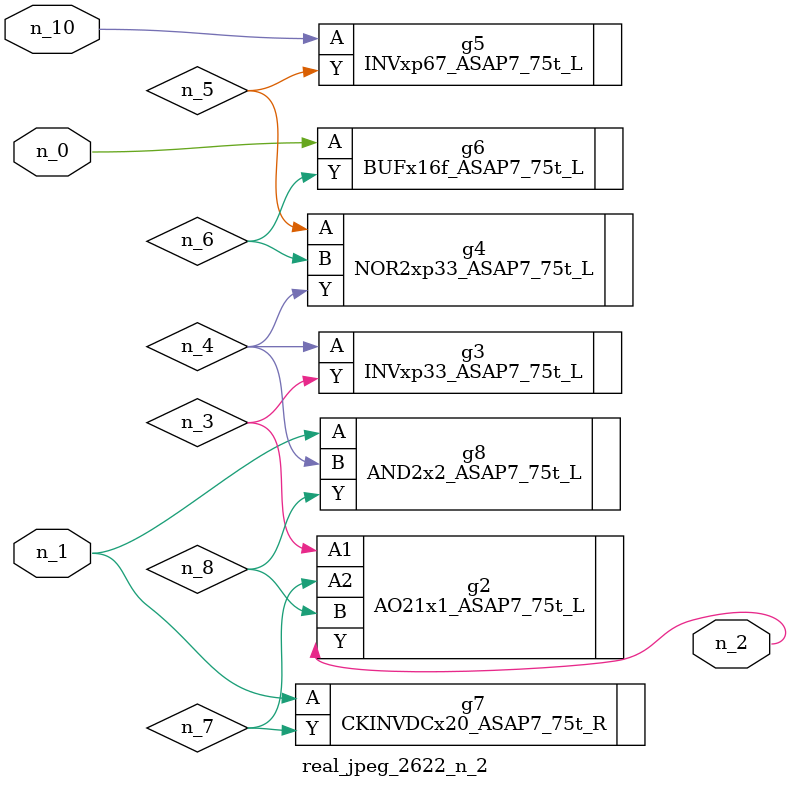
<source format=v>
module real_jpeg_2622_n_2 (n_1, n_10, n_0, n_2);

input n_1;
input n_10;
input n_0;

output n_2;

wire n_5;
wire n_4;
wire n_8;
wire n_6;
wire n_7;
wire n_3;

BUFx16f_ASAP7_75t_L g6 ( 
.A(n_0),
.Y(n_6)
);

CKINVDCx20_ASAP7_75t_R g7 ( 
.A(n_1),
.Y(n_7)
);

AND2x2_ASAP7_75t_L g8 ( 
.A(n_1),
.B(n_4),
.Y(n_8)
);

AO21x1_ASAP7_75t_L g2 ( 
.A1(n_3),
.A2(n_7),
.B(n_8),
.Y(n_2)
);

INVxp33_ASAP7_75t_L g3 ( 
.A(n_4),
.Y(n_3)
);

NOR2xp33_ASAP7_75t_L g4 ( 
.A(n_5),
.B(n_6),
.Y(n_4)
);

INVxp67_ASAP7_75t_L g5 ( 
.A(n_10),
.Y(n_5)
);


endmodule
</source>
